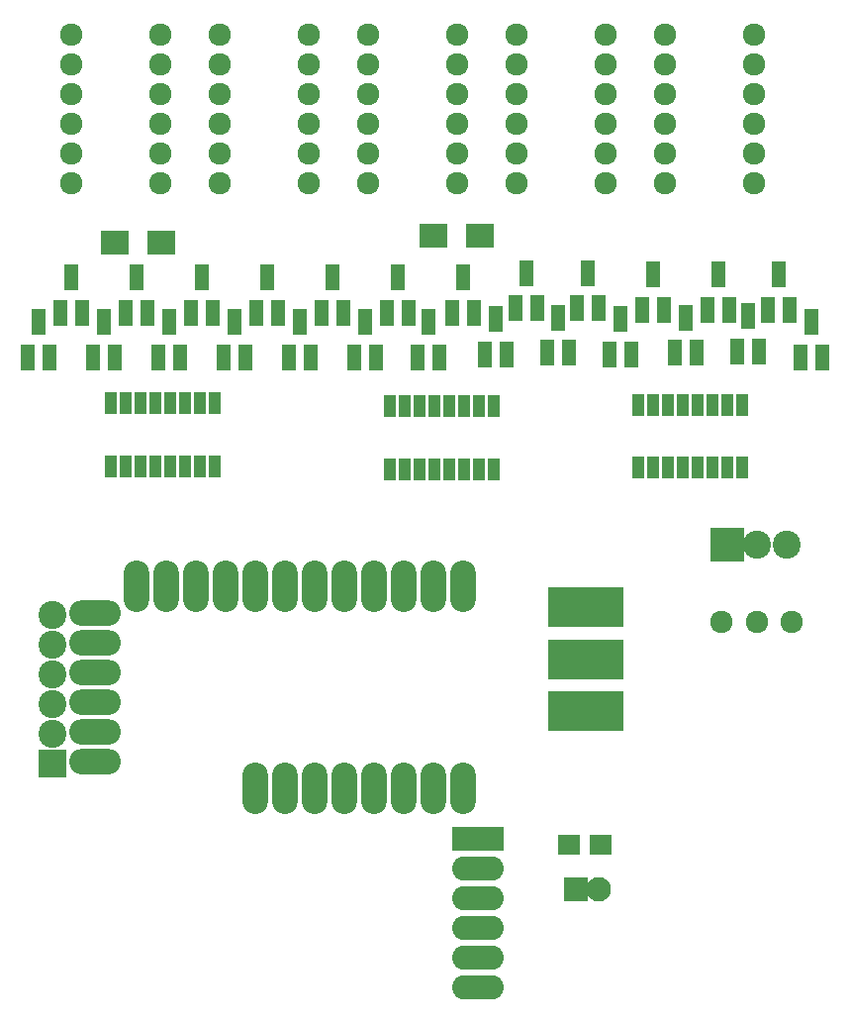
<source format=gbr>
G04 #@! TF.FileFunction,Soldermask,Top*
%FSLAX46Y46*%
G04 Gerber Fmt 4.6, Leading zero omitted, Abs format (unit mm)*
G04 Created by KiCad (PCBNEW 4.0.2+dfsg1-stable) date Pi  3. máj 2019, 19:30:47 CEST*
%MOMM*%
G01*
G04 APERTURE LIST*
%ADD10C,0.100000*%
%ADD11C,1.924000*%
%ADD12R,2.900000X2.900000*%
%ADD13C,2.400000*%
%ADD14R,1.200100X2.200860*%
%ADD15R,1.900000X1.700000*%
%ADD16R,2.100000X2.100000*%
%ADD17C,2.100000*%
%ADD18R,2.400000X2.400000*%
%ADD19R,1.000000X1.900000*%
%ADD20R,2.400000X2.100000*%
%ADD21O,2.200000X4.400000*%
%ADD22O,4.400000X2.200000*%
%ADD23R,4.400000X2.100000*%
%ADD24O,4.400000X2.100000*%
%ADD25R,6.400000X3.400000*%
G04 APERTURE END LIST*
D10*
D11*
X183594000Y-106712000D03*
X180594000Y-106712000D03*
X177594000Y-106712000D03*
D12*
X178054000Y-100076000D03*
D13*
X180594000Y-100076000D03*
X183134000Y-100076000D03*
D11*
X134620000Y-56515000D03*
X134620000Y-59055000D03*
X134620000Y-61595000D03*
X134620000Y-64135000D03*
X134620000Y-66675000D03*
X134620000Y-69215000D03*
X142240000Y-69215000D03*
X142240000Y-66675000D03*
X142240000Y-64135000D03*
X142240000Y-61595000D03*
X142240000Y-59055000D03*
X142240000Y-56515000D03*
X121920000Y-56515000D03*
X121920000Y-59055000D03*
X121920000Y-61595000D03*
X121920000Y-64135000D03*
X121920000Y-66675000D03*
X121920000Y-69215000D03*
X129540000Y-69215000D03*
X129540000Y-66675000D03*
X129540000Y-64135000D03*
X129540000Y-61595000D03*
X129540000Y-59055000D03*
X129540000Y-56515000D03*
D14*
X176342000Y-79987140D03*
X178242000Y-79987140D03*
X177292000Y-76984860D03*
X165166000Y-79860140D03*
X167066000Y-79860140D03*
X166116000Y-76857860D03*
X157292000Y-83797140D03*
X159192000Y-83797140D03*
X158242000Y-80794860D03*
D15*
X164512000Y-125730000D03*
X167212000Y-125730000D03*
D16*
X165100000Y-129540000D03*
D17*
X167100000Y-129540000D03*
D18*
X120318000Y-118788000D03*
D13*
X120318000Y-116248000D03*
X120318000Y-113708000D03*
X120318000Y-111168000D03*
X120318000Y-108628000D03*
X120318000Y-106088000D03*
D19*
X170434000Y-93505000D03*
X171704000Y-93505000D03*
X172974000Y-93505000D03*
X174244000Y-93505000D03*
X175514000Y-93505000D03*
X176784000Y-93505000D03*
X178054000Y-93505000D03*
X179324000Y-93505000D03*
X179324000Y-88105000D03*
X178054000Y-88105000D03*
X176784000Y-88105000D03*
X175514000Y-88105000D03*
X174244000Y-88105000D03*
X172974000Y-88105000D03*
X171704000Y-88105000D03*
X170434000Y-88105000D03*
X149225000Y-93632000D03*
X150495000Y-93632000D03*
X151765000Y-93632000D03*
X153035000Y-93632000D03*
X154305000Y-93632000D03*
X155575000Y-93632000D03*
X156845000Y-93632000D03*
X158115000Y-93632000D03*
X158115000Y-88232000D03*
X156845000Y-88232000D03*
X155575000Y-88232000D03*
X154305000Y-88232000D03*
X153035000Y-88232000D03*
X151765000Y-88232000D03*
X150495000Y-88232000D03*
X149225000Y-88232000D03*
X125349000Y-93378000D03*
X126619000Y-93378000D03*
X127889000Y-93378000D03*
X129159000Y-93378000D03*
X130429000Y-93378000D03*
X131699000Y-93378000D03*
X132969000Y-93378000D03*
X134239000Y-93378000D03*
X134239000Y-87978000D03*
X132969000Y-87978000D03*
X131699000Y-87978000D03*
X130429000Y-87978000D03*
X129159000Y-87978000D03*
X127889000Y-87978000D03*
X126619000Y-87978000D03*
X125349000Y-87978000D03*
D14*
X184343000Y-84051140D03*
X186243000Y-84051140D03*
X185293000Y-81048860D03*
X118176000Y-84051140D03*
X120076000Y-84051140D03*
X119126000Y-81048860D03*
X181549000Y-79987140D03*
X183449000Y-79987140D03*
X182499000Y-76984860D03*
X178882000Y-83543140D03*
X180782000Y-83543140D03*
X179832000Y-80540860D03*
X162626000Y-83670140D03*
X164526000Y-83670140D03*
X163576000Y-80667860D03*
X154498000Y-80241140D03*
X156398000Y-80241140D03*
X155448000Y-77238860D03*
X151577000Y-84051140D03*
X153477000Y-84051140D03*
X152527000Y-81048860D03*
X148910000Y-80241140D03*
X150810000Y-80241140D03*
X149860000Y-77238860D03*
X146116000Y-84051140D03*
X148016000Y-84051140D03*
X147066000Y-81048860D03*
X143322000Y-80241140D03*
X145222000Y-80241140D03*
X144272000Y-77238860D03*
X140528000Y-84051140D03*
X142428000Y-84051140D03*
X141478000Y-81048860D03*
X137734000Y-80241140D03*
X139634000Y-80241140D03*
X138684000Y-77238860D03*
X134940000Y-84051140D03*
X136840000Y-84051140D03*
X135890000Y-81048860D03*
X129352000Y-84051140D03*
X131252000Y-84051140D03*
X130302000Y-81048860D03*
X126558000Y-80241140D03*
X128458000Y-80241140D03*
X127508000Y-77238860D03*
X123764000Y-84051140D03*
X125664000Y-84051140D03*
X124714000Y-81048860D03*
X120970000Y-80241140D03*
X122870000Y-80241140D03*
X121920000Y-77238860D03*
X132146000Y-80241140D03*
X134046000Y-80241140D03*
X133096000Y-77238860D03*
X173548000Y-83670140D03*
X175448000Y-83670140D03*
X174498000Y-80667860D03*
X170754000Y-79987140D03*
X172654000Y-79987140D03*
X171704000Y-76984860D03*
D11*
X172720000Y-56515000D03*
X172720000Y-59055000D03*
X172720000Y-61595000D03*
X172720000Y-64135000D03*
X172720000Y-66675000D03*
X172720000Y-69215000D03*
X180340000Y-69215000D03*
X180340000Y-66675000D03*
X180340000Y-64135000D03*
X180340000Y-61595000D03*
X180340000Y-59055000D03*
X180340000Y-56515000D03*
X147320000Y-56515000D03*
X147320000Y-59055000D03*
X147320000Y-61595000D03*
X147320000Y-64135000D03*
X147320000Y-66675000D03*
X147320000Y-69215000D03*
X154940000Y-69215000D03*
X154940000Y-66675000D03*
X154940000Y-64135000D03*
X154940000Y-61595000D03*
X154940000Y-59055000D03*
X154940000Y-56515000D03*
X160020000Y-56515000D03*
X160020000Y-59055000D03*
X160020000Y-61595000D03*
X160020000Y-64135000D03*
X160020000Y-66675000D03*
X160020000Y-69215000D03*
X167640000Y-69215000D03*
X167640000Y-66675000D03*
X167640000Y-64135000D03*
X167640000Y-61595000D03*
X167640000Y-59055000D03*
X167640000Y-56515000D03*
D14*
X159959000Y-79860140D03*
X161859000Y-79860140D03*
X160909000Y-76857860D03*
X167960000Y-83797140D03*
X169860000Y-83797140D03*
X168910000Y-80794860D03*
D20*
X152940000Y-73660000D03*
X156940000Y-73660000D03*
X125635000Y-74295000D03*
X129635000Y-74295000D03*
D21*
X137668000Y-120888000D03*
X140208000Y-120888000D03*
X142748000Y-120888000D03*
X145288000Y-120888000D03*
X147828000Y-120888000D03*
X150368000Y-120888000D03*
X152908000Y-120888000D03*
X155448000Y-120888000D03*
X155448000Y-103648000D03*
X152908000Y-103648000D03*
X150368000Y-103648000D03*
X147828000Y-103648000D03*
X145288000Y-103648000D03*
X142748000Y-103648000D03*
X140208000Y-103648000D03*
X137668000Y-103648000D03*
X135128000Y-103648000D03*
X132588000Y-103648000D03*
X130048000Y-103648000D03*
X127508000Y-103648000D03*
D22*
X123968000Y-105918000D03*
X123968000Y-108458000D03*
X123968000Y-110998000D03*
X123968000Y-113538000D03*
X123968000Y-116078000D03*
X123968000Y-118618000D03*
D23*
X156702000Y-125222000D03*
D24*
X156702000Y-127762000D03*
X156702000Y-130302000D03*
X156702000Y-132842000D03*
X156702000Y-135382000D03*
X156702000Y-137922000D03*
D25*
X165936000Y-105438000D03*
X165936000Y-109938000D03*
X165936000Y-114338000D03*
M02*

</source>
